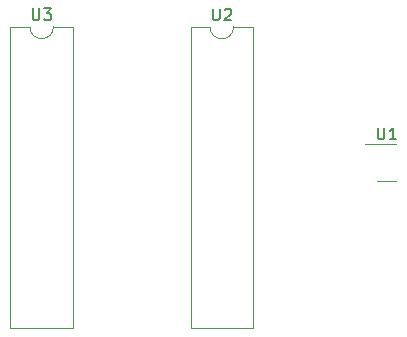
<source format=gbr>
%TF.GenerationSoftware,KiCad,Pcbnew,(6.0.7)*%
%TF.CreationDate,2022-08-17T10:28:51+09:00*%
%TF.ProjectId,demo_p02,64656d6f-5f70-4303-922e-6b696361645f,rev?*%
%TF.SameCoordinates,Original*%
%TF.FileFunction,Legend,Top*%
%TF.FilePolarity,Positive*%
%FSLAX46Y46*%
G04 Gerber Fmt 4.6, Leading zero omitted, Abs format (unit mm)*
G04 Created by KiCad (PCBNEW (6.0.7)) date 2022-08-17 10:28:51*
%MOMM*%
%LPD*%
G01*
G04 APERTURE LIST*
%ADD10C,0.150000*%
%ADD11C,0.120000*%
G04 APERTURE END LIST*
D10*
%TO.C,U3*%
X100838095Y-66972380D02*
X100838095Y-67781904D01*
X100885714Y-67877142D01*
X100933333Y-67924761D01*
X101028571Y-67972380D01*
X101219047Y-67972380D01*
X101314285Y-67924761D01*
X101361904Y-67877142D01*
X101409523Y-67781904D01*
X101409523Y-66972380D01*
X101790476Y-66972380D02*
X102409523Y-66972380D01*
X102076190Y-67353333D01*
X102219047Y-67353333D01*
X102314285Y-67400952D01*
X102361904Y-67448571D01*
X102409523Y-67543809D01*
X102409523Y-67781904D01*
X102361904Y-67877142D01*
X102314285Y-67924761D01*
X102219047Y-67972380D01*
X101933333Y-67972380D01*
X101838095Y-67924761D01*
X101790476Y-67877142D01*
%TO.C,U2*%
X116088095Y-66977380D02*
X116088095Y-67786904D01*
X116135714Y-67882142D01*
X116183333Y-67929761D01*
X116278571Y-67977380D01*
X116469047Y-67977380D01*
X116564285Y-67929761D01*
X116611904Y-67882142D01*
X116659523Y-67786904D01*
X116659523Y-66977380D01*
X117088095Y-67072619D02*
X117135714Y-67025000D01*
X117230952Y-66977380D01*
X117469047Y-66977380D01*
X117564285Y-67025000D01*
X117611904Y-67072619D01*
X117659523Y-67167857D01*
X117659523Y-67263095D01*
X117611904Y-67405952D01*
X117040476Y-67977380D01*
X117659523Y-67977380D01*
%TO.C,U1*%
X130048095Y-77062380D02*
X130048095Y-77871904D01*
X130095714Y-77967142D01*
X130143333Y-78014761D01*
X130238571Y-78062380D01*
X130429047Y-78062380D01*
X130524285Y-78014761D01*
X130571904Y-77967142D01*
X130619523Y-77871904D01*
X130619523Y-77062380D01*
X131619523Y-78062380D02*
X131048095Y-78062380D01*
X131333809Y-78062380D02*
X131333809Y-77062380D01*
X131238571Y-77205238D01*
X131143333Y-77300476D01*
X131048095Y-77348095D01*
D11*
%TO.C,U3*%
X98950000Y-94040000D02*
X104250000Y-94040000D01*
X104250000Y-94040000D02*
X104250000Y-68520000D01*
X104250000Y-68520000D02*
X102600000Y-68520000D01*
X100600000Y-68520000D02*
X98950000Y-68520000D01*
X98950000Y-68520000D02*
X98950000Y-94040000D01*
X100600000Y-68520000D02*
G75*
G03*
X102600000Y-68520000I1000000J0D01*
G01*
%TO.C,U2*%
X114200000Y-94045000D02*
X119500000Y-94045000D01*
X119500000Y-94045000D02*
X119500000Y-68525000D01*
X119500000Y-68525000D02*
X117850000Y-68525000D01*
X115850000Y-68525000D02*
X114200000Y-68525000D01*
X114200000Y-68525000D02*
X114200000Y-94045000D01*
X115850000Y-68525000D02*
G75*
G03*
X117850000Y-68525000I1000000J0D01*
G01*
%TO.C,U1*%
X130810000Y-81570000D02*
X130010000Y-81570000D01*
X130810000Y-78450000D02*
X131610000Y-78450000D01*
X130810000Y-81570000D02*
X131610000Y-81570000D01*
X130810000Y-78450000D02*
X129010000Y-78450000D01*
%TD*%
M02*

</source>
